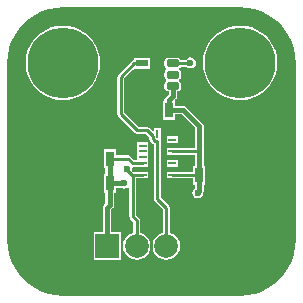
<source format=gtl>
G04*
G04 #@! TF.GenerationSoftware,Altium Limited,CircuitStudio,1.5.2 (30)*
G04*
G04 Layer_Physical_Order=1*
G04 Layer_Color=11767835*
%FSLAX25Y25*%
%MOIN*%
G70*
G01*
G75*
%ADD10R,0.02756X0.05118*%
%ADD11R,0.02658X0.00984*%
%ADD12R,0.00984X0.02658*%
%ADD13R,0.04331X0.02362*%
G04:AMPARAMS|DCode=14|XSize=43.31mil|YSize=23.62mil|CornerRadius=5.91mil|HoleSize=0mil|Usage=FLASHONLY|Rotation=0.000|XOffset=0mil|YOffset=0mil|HoleType=Round|Shape=RoundedRectangle|*
%AMROUNDEDRECTD14*
21,1,0.04331,0.01181,0,0,0.0*
21,1,0.03150,0.02362,0,0,0.0*
1,1,0.01181,0.01575,-0.00591*
1,1,0.01181,-0.01575,-0.00591*
1,1,0.01181,-0.01575,0.00591*
1,1,0.01181,0.01575,0.00591*
%
%ADD14ROUNDEDRECTD14*%
%ADD15C,0.00984*%
%ADD16C,0.02362*%
%ADD17C,0.01575*%
%ADD18C,0.07874*%
%ADD19R,0.07874X0.07874*%
%ADD20C,0.23622*%
%ADD21C,0.02362*%
G36*
X366598Y313691D02*
X368981Y313217D01*
X371282Y312437D01*
X373461Y311362D01*
X375481Y310012D01*
X377308Y308410D01*
X378910Y306583D01*
X380259Y304563D01*
X381334Y302384D01*
X382115Y300083D01*
X382589Y297700D01*
X382745Y295318D01*
X382737Y295276D01*
Y236221D01*
X382745Y236178D01*
X382589Y233796D01*
X382115Y231413D01*
X381334Y229112D01*
X380259Y226933D01*
X378910Y224913D01*
X377308Y223086D01*
X375481Y221484D01*
X373461Y220134D01*
X371282Y219060D01*
X368981Y218279D01*
X366598Y217805D01*
X364216Y217649D01*
X364173Y217657D01*
X305118D01*
X305075Y217649D01*
X302694Y217805D01*
X300311Y218279D01*
X298010Y219060D01*
X295831Y220134D01*
X293811Y221484D01*
X291984Y223086D01*
X290382Y224913D01*
X289032Y226933D01*
X287957Y229112D01*
X287176Y231413D01*
X286702Y233796D01*
X286546Y236178D01*
X286555Y236221D01*
Y295276D01*
X286546Y295318D01*
X286702Y297700D01*
X287176Y300083D01*
X287957Y302384D01*
X289032Y304563D01*
X290382Y306583D01*
X291984Y308410D01*
X293811Y310012D01*
X295831Y311362D01*
X298010Y312437D01*
X300311Y313217D01*
X302694Y313691D01*
X305075Y313848D01*
X305118Y313839D01*
X364173D01*
X364216Y313848D01*
X366598Y313691D01*
D02*
G37*
%LPC*%
G36*
X333572Y268809D02*
X329715D01*
Y266624D01*
Y264656D01*
Y262925D01*
X328808D01*
X327559Y264173D01*
X327198Y264415D01*
X326772Y264499D01*
X322647D01*
Y266545D01*
X318691D01*
Y260227D01*
X319255D01*
Y258277D01*
X318691D01*
Y251959D01*
X319255D01*
Y248421D01*
X318882Y248047D01*
X318575Y247589D01*
X318467Y247047D01*
Y238789D01*
X315345D01*
Y229715D01*
X324419D01*
Y238789D01*
X321297D01*
Y246461D01*
X321670Y246834D01*
X321976Y247293D01*
X322084Y247835D01*
Y251959D01*
X322647D01*
Y253703D01*
X324502D01*
X324896Y253440D01*
X325590Y253302D01*
X326286Y253440D01*
X326733Y253739D01*
X327233Y253539D01*
Y244094D01*
X327318Y243668D01*
X327559Y243307D01*
X328611Y242255D01*
Y238682D01*
X328540Y238672D01*
X327436Y238215D01*
X326489Y237488D01*
X325761Y236540D01*
X325304Y235436D01*
X325148Y234252D01*
X325304Y233068D01*
X325761Y231964D01*
X326489Y231016D01*
X327436Y230289D01*
X328540Y229832D01*
X329724Y229676D01*
X330909Y229832D01*
X332013Y230289D01*
X332960Y231016D01*
X333687Y231964D01*
X334145Y233068D01*
X334301Y234252D01*
X334145Y235436D01*
X333687Y236540D01*
X332960Y237488D01*
X332013Y238215D01*
X330909Y238672D01*
X330838Y238682D01*
Y242717D01*
X330838Y242717D01*
X330753Y243143D01*
X330673Y243263D01*
X330512Y243504D01*
X330512Y243504D01*
X329460Y244556D01*
Y256761D01*
X331644D01*
X331751Y256782D01*
X333572D01*
Y258966D01*
X331751D01*
X331644Y258987D01*
X328740D01*
X328740Y258987D01*
X328468Y258933D01*
X328089Y259313D01*
X328194Y259842D01*
X328116Y260233D01*
X328192Y260387D01*
X328504Y260698D01*
X331644D01*
X331751Y260719D01*
X333572D01*
Y262687D01*
Y264656D01*
Y266624D01*
Y268809D01*
D02*
G37*
G36*
X343513Y262903D02*
X339656D01*
Y260719D01*
X343513D01*
Y262903D01*
D02*
G37*
G36*
X334261Y296860D02*
X328731D01*
Y296151D01*
X328511Y296108D01*
X328150Y295866D01*
X323622Y291339D01*
X323381Y290977D01*
X323296Y290551D01*
Y278346D01*
X323381Y277920D01*
X323622Y277559D01*
X329134Y272047D01*
X329495Y271806D01*
X329921Y271721D01*
X329921Y271721D01*
X332610D01*
X333916Y270414D01*
Y269922D01*
X334001Y269496D01*
X334243Y269134D01*
X334882Y268495D01*
X335244Y268253D01*
X335314Y268239D01*
X335501Y268202D01*
Y255856D01*
Y250000D01*
X335585Y249574D01*
X335827Y249213D01*
X338453Y246586D01*
Y238682D01*
X338383Y238672D01*
X337279Y238215D01*
X336331Y237488D01*
X335604Y236540D01*
X335147Y235436D01*
X334991Y234252D01*
X335147Y233068D01*
X335604Y231964D01*
X336331Y231016D01*
X337279Y230289D01*
X338383Y229832D01*
X339567Y229676D01*
X340751Y229832D01*
X341855Y230289D01*
X342803Y231016D01*
X343530Y231964D01*
X343987Y233068D01*
X344143Y234252D01*
X343987Y235436D01*
X343530Y236540D01*
X342803Y237488D01*
X341855Y238215D01*
X340751Y238672D01*
X340681Y238682D01*
Y247047D01*
X340596Y247473D01*
X340354Y247835D01*
X337728Y250461D01*
Y255856D01*
Y269282D01*
X337727Y269283D01*
X337706Y269774D01*
X337706Y269774D01*
X337706Y269774D01*
Y273632D01*
X335522D01*
Y272611D01*
X335060Y272420D01*
X333858Y273622D01*
X333497Y273863D01*
X333071Y273948D01*
X330382D01*
X325523Y278808D01*
Y290090D01*
X328400Y292967D01*
X328731Y293298D01*
Y293298D01*
X328731Y293298D01*
X334261D01*
Y296860D01*
D02*
G37*
G36*
X343513Y270777D02*
X339656D01*
Y268593D01*
X343513D01*
Y270777D01*
D02*
G37*
G36*
X347638Y297092D02*
X346943Y296953D01*
X346354Y296560D01*
X346108Y296192D01*
X344390D01*
X344165Y296528D01*
X343772Y296791D01*
X343307Y296883D01*
X340158D01*
X339693Y296791D01*
X339299Y296528D01*
X339036Y296134D01*
X338944Y295669D01*
Y294488D01*
X339036Y294024D01*
X339299Y293630D01*
X339514Y293486D01*
X339514Y293485D01*
Y292932D01*
X339514Y292931D01*
X339299Y292788D01*
X339036Y292394D01*
X338944Y291929D01*
Y290748D01*
X339036Y290283D01*
X339299Y289890D01*
X339514Y289746D01*
X339514Y289745D01*
Y289192D01*
X339514Y289191D01*
X339299Y289047D01*
X339036Y288653D01*
X338944Y288189D01*
Y287008D01*
X339036Y286543D01*
X339299Y286150D01*
X339693Y285886D01*
X340158Y285794D01*
X340318D01*
Y284838D01*
X339354Y283874D01*
X339047Y283415D01*
X338940Y282874D01*
Y282687D01*
X338376D01*
Y276368D01*
X342332D01*
Y278113D01*
X344690D01*
X349176Y273627D01*
Y266862D01*
X341585D01*
X341477Y266840D01*
X339656D01*
Y264656D01*
X341477D01*
X341585Y264634D01*
X349176D01*
Y261033D01*
X348613D01*
Y258987D01*
X341585D01*
X341477Y258966D01*
X339656D01*
Y256782D01*
X341477D01*
X341585Y256761D01*
X348613D01*
Y254715D01*
X349176D01*
Y253560D01*
X348716Y253253D01*
X348322Y252663D01*
X348184Y251969D01*
X348322Y251273D01*
X348716Y250684D01*
X349305Y250291D01*
X350000Y250152D01*
X350695Y250291D01*
X351284Y250684D01*
X351678Y251273D01*
X351795Y251865D01*
X351897Y252018D01*
X352005Y252559D01*
Y254715D01*
X352569D01*
Y261033D01*
X352005D01*
Y274213D01*
X351897Y274754D01*
X351591Y275213D01*
X346276Y280528D01*
X345817Y280835D01*
X345276Y280942D01*
X342332D01*
Y282687D01*
X342332Y282687D01*
X342332D01*
X342566Y283085D01*
X342733Y283252D01*
X343039Y283711D01*
X343147Y284252D01*
Y285794D01*
X343307D01*
X343772Y285886D01*
X344165Y286150D01*
X344428Y286543D01*
X344521Y287008D01*
Y288189D01*
X344428Y288653D01*
X344165Y289047D01*
X343951Y289191D01*
X343950Y289192D01*
Y289745D01*
X343951Y289746D01*
X344165Y289890D01*
X344428Y290283D01*
X344521Y290748D01*
Y291929D01*
X344428Y292394D01*
X344165Y292788D01*
X343951Y292931D01*
X343950Y292932D01*
Y293485D01*
X343951Y293486D01*
X344165Y293630D01*
X344390Y293965D01*
X346393D01*
X346943Y293598D01*
X347638Y293460D01*
X348333Y293598D01*
X348922Y293991D01*
X349316Y294581D01*
X349454Y295276D01*
X349316Y295971D01*
X348922Y296560D01*
X348333Y296953D01*
X347638Y297092D01*
D02*
G37*
G36*
X364173Y307725D02*
X362226Y307572D01*
X360326Y307116D01*
X358521Y306368D01*
X356856Y305347D01*
X355370Y304079D01*
X354101Y302593D01*
X353081Y300927D01*
X352333Y299123D01*
X351877Y297223D01*
X351724Y295276D01*
X351877Y293328D01*
X352333Y291428D01*
X353081Y289624D01*
X354101Y287958D01*
X355370Y286473D01*
X356856Y285204D01*
X358521Y284183D01*
X360326Y283436D01*
X362226Y282979D01*
X364173Y282826D01*
X366121Y282979D01*
X368020Y283436D01*
X369825Y284183D01*
X371491Y285204D01*
X372976Y286473D01*
X374245Y287958D01*
X375266Y289624D01*
X376013Y291428D01*
X376469Y293328D01*
X376623Y295276D01*
X376469Y297223D01*
X376013Y299123D01*
X375266Y300927D01*
X374245Y302593D01*
X372976Y304079D01*
X371491Y305347D01*
X369825Y306368D01*
X368020Y307116D01*
X366121Y307572D01*
X364173Y307725D01*
D02*
G37*
G36*
X305118D02*
X303171Y307572D01*
X301271Y307116D01*
X299466Y306368D01*
X297800Y305347D01*
X296315Y304079D01*
X295046Y302593D01*
X294026Y300927D01*
X293278Y299123D01*
X292822Y297223D01*
X292669Y295276D01*
X292822Y293328D01*
X293278Y291428D01*
X294026Y289624D01*
X295046Y287958D01*
X296315Y286473D01*
X297800Y285204D01*
X299466Y284183D01*
X301271Y283436D01*
X303171Y282979D01*
X305118Y282826D01*
X307066Y282979D01*
X308965Y283436D01*
X310770Y284183D01*
X312436Y285204D01*
X313921Y286473D01*
X315190Y287958D01*
X316211Y289624D01*
X316958Y291428D01*
X317414Y293328D01*
X317567Y295276D01*
X317414Y297223D01*
X316958Y299123D01*
X316211Y300927D01*
X315190Y302593D01*
X313921Y304079D01*
X312436Y305347D01*
X310770Y306368D01*
X308965Y307116D01*
X307066Y307572D01*
X305118Y307725D01*
D02*
G37*
%LPD*%
D10*
X340354Y279528D02*
D03*
X332874D02*
D03*
X350590Y257874D02*
D03*
X358071D02*
D03*
X320669Y255118D02*
D03*
X313189D02*
D03*
X320669Y263386D02*
D03*
X313189D02*
D03*
D11*
X341585Y263779D02*
D03*
Y265748D02*
D03*
Y267717D02*
D03*
Y269685D02*
D03*
Y261811D02*
D03*
Y259842D02*
D03*
Y257874D02*
D03*
X331644D02*
D03*
Y259842D02*
D03*
Y261811D02*
D03*
Y269685D02*
D03*
Y267717D02*
D03*
Y265748D02*
D03*
Y263779D02*
D03*
D12*
X336614Y255856D02*
D03*
Y271703D02*
D03*
D13*
X331496Y295079D02*
D03*
D14*
Y291339D02*
D03*
Y287598D02*
D03*
X341732D02*
D03*
Y291339D02*
D03*
Y295079D02*
D03*
D15*
X331644Y269685D02*
X333041D01*
X333071Y272835D02*
X335030Y270876D01*
Y269922D02*
Y270876D01*
Y269922D02*
X335670Y269282D01*
X336614D01*
X347441Y295079D02*
X347638Y295276D01*
X341732Y295079D02*
X347441D01*
X324410Y290551D02*
X328937Y295079D01*
X324410Y278346D02*
Y290551D01*
Y278346D02*
X329921Y272835D01*
X341585Y265748D02*
X350295D01*
X336614Y255856D02*
Y269282D01*
X329921Y272835D02*
X333071D01*
X328937Y295079D02*
X331496D01*
X326378Y259449D02*
Y259842D01*
Y259449D02*
X328346Y257480D01*
X329724Y234252D02*
Y242717D01*
X328346Y244094D02*
X329724Y242717D01*
X328346Y244094D02*
Y257480D01*
X328740Y257874D01*
X331644D01*
X339567Y234252D02*
Y247047D01*
X336614Y250000D02*
X339567Y247047D01*
X336614Y250000D02*
Y255856D01*
X341585Y257874D02*
X350590D01*
X320669Y263386D02*
X326772D01*
X328346Y261811D01*
X331644D01*
D16*
X329134Y279921D02*
X332480D01*
X332874Y279528D01*
X358071Y257874D02*
X362598D01*
X308661Y263386D02*
X313189D01*
X308661Y255118D02*
X313189D01*
D17*
X350590Y257874D02*
Y274213D01*
X331496Y287598D02*
Y291339D01*
X332874Y279528D02*
Y283268D01*
X331496Y284646D02*
X332874Y283268D01*
X331496Y284646D02*
Y287598D01*
X341732Y284252D02*
Y287598D01*
X340354Y282874D02*
X341732Y284252D01*
X340354Y279528D02*
Y282874D01*
Y279528D02*
X345276D01*
X350590Y274213D01*
X350000Y251969D02*
X350590Y252559D01*
Y257874D01*
X320669Y255118D02*
X325590D01*
X320669D02*
Y263386D01*
Y247835D02*
Y255118D01*
X319882Y247047D02*
X320669Y247835D01*
X319882Y234252D02*
Y247047D01*
D18*
X349410Y234252D02*
D03*
X339567D02*
D03*
X329724D02*
D03*
D19*
X319882D02*
D03*
D20*
X364173Y295276D02*
D03*
X305118D02*
D03*
D21*
X329134Y279921D02*
D03*
X362598Y257874D02*
D03*
X308661Y263386D02*
D03*
Y255118D02*
D03*
X347638Y295276D02*
D03*
X326378Y259842D02*
D03*
X350000Y251969D02*
D03*
X325590Y255118D02*
D03*
M02*

</source>
